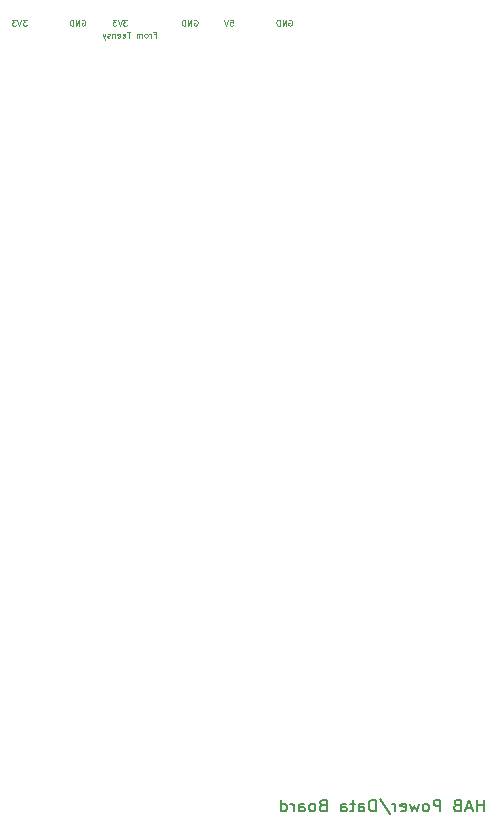
<source format=gbr>
%TF.GenerationSoftware,KiCad,Pcbnew,9.0.0*%
%TF.CreationDate,2025-03-31T19:53:22-05:00*%
%TF.ProjectId,HASP_Power_System,48415350-5f50-46f7-9765-725f53797374,rev?*%
%TF.SameCoordinates,Original*%
%TF.FileFunction,Legend,Bot*%
%TF.FilePolarity,Positive*%
%FSLAX46Y46*%
G04 Gerber Fmt 4.6, Leading zero omitted, Abs format (unit mm)*
G04 Created by KiCad (PCBNEW 9.0.0) date 2025-03-31 19:53:22*
%MOMM*%
%LPD*%
G01*
G04 APERTURE LIST*
%ADD10C,0.075000*%
%ADD11C,0.150000*%
G04 APERTURE END LIST*
D10*
X164569705Y-66958719D02*
X164617324Y-66934909D01*
X164617324Y-66934909D02*
X164688753Y-66934909D01*
X164688753Y-66934909D02*
X164760181Y-66958719D01*
X164760181Y-66958719D02*
X164807800Y-67006338D01*
X164807800Y-67006338D02*
X164831610Y-67053957D01*
X164831610Y-67053957D02*
X164855419Y-67149195D01*
X164855419Y-67149195D02*
X164855419Y-67220623D01*
X164855419Y-67220623D02*
X164831610Y-67315861D01*
X164831610Y-67315861D02*
X164807800Y-67363480D01*
X164807800Y-67363480D02*
X164760181Y-67411100D01*
X164760181Y-67411100D02*
X164688753Y-67434909D01*
X164688753Y-67434909D02*
X164641134Y-67434909D01*
X164641134Y-67434909D02*
X164569705Y-67411100D01*
X164569705Y-67411100D02*
X164545896Y-67387290D01*
X164545896Y-67387290D02*
X164545896Y-67220623D01*
X164545896Y-67220623D02*
X164641134Y-67220623D01*
X164331610Y-67434909D02*
X164331610Y-66934909D01*
X164331610Y-66934909D02*
X164045896Y-67434909D01*
X164045896Y-67434909D02*
X164045896Y-66934909D01*
X163807800Y-67434909D02*
X163807800Y-66934909D01*
X163807800Y-66934909D02*
X163688752Y-66934909D01*
X163688752Y-66934909D02*
X163617324Y-66958719D01*
X163617324Y-66958719D02*
X163569705Y-67006338D01*
X163569705Y-67006338D02*
X163545895Y-67053957D01*
X163545895Y-67053957D02*
X163522086Y-67149195D01*
X163522086Y-67149195D02*
X163522086Y-67220623D01*
X163522086Y-67220623D02*
X163545895Y-67315861D01*
X163545895Y-67315861D02*
X163569705Y-67363480D01*
X163569705Y-67363480D02*
X163617324Y-67411100D01*
X163617324Y-67411100D02*
X163688752Y-67434909D01*
X163688752Y-67434909D02*
X163807800Y-67434909D01*
X155069705Y-66958719D02*
X155117324Y-66934909D01*
X155117324Y-66934909D02*
X155188753Y-66934909D01*
X155188753Y-66934909D02*
X155260181Y-66958719D01*
X155260181Y-66958719D02*
X155307800Y-67006338D01*
X155307800Y-67006338D02*
X155331610Y-67053957D01*
X155331610Y-67053957D02*
X155355419Y-67149195D01*
X155355419Y-67149195D02*
X155355419Y-67220623D01*
X155355419Y-67220623D02*
X155331610Y-67315861D01*
X155331610Y-67315861D02*
X155307800Y-67363480D01*
X155307800Y-67363480D02*
X155260181Y-67411100D01*
X155260181Y-67411100D02*
X155188753Y-67434909D01*
X155188753Y-67434909D02*
X155141134Y-67434909D01*
X155141134Y-67434909D02*
X155069705Y-67411100D01*
X155069705Y-67411100D02*
X155045896Y-67387290D01*
X155045896Y-67387290D02*
X155045896Y-67220623D01*
X155045896Y-67220623D02*
X155141134Y-67220623D01*
X154831610Y-67434909D02*
X154831610Y-66934909D01*
X154831610Y-66934909D02*
X154545896Y-67434909D01*
X154545896Y-67434909D02*
X154545896Y-66934909D01*
X154307800Y-67434909D02*
X154307800Y-66934909D01*
X154307800Y-66934909D02*
X154188752Y-66934909D01*
X154188752Y-66934909D02*
X154117324Y-66958719D01*
X154117324Y-66958719D02*
X154069705Y-67006338D01*
X154069705Y-67006338D02*
X154045895Y-67053957D01*
X154045895Y-67053957D02*
X154022086Y-67149195D01*
X154022086Y-67149195D02*
X154022086Y-67220623D01*
X154022086Y-67220623D02*
X154045895Y-67315861D01*
X154045895Y-67315861D02*
X154069705Y-67363480D01*
X154069705Y-67363480D02*
X154117324Y-67411100D01*
X154117324Y-67411100D02*
X154188752Y-67434909D01*
X154188752Y-67434909D02*
X154307800Y-67434909D01*
X158879229Y-66934909D02*
X158569705Y-66934909D01*
X158569705Y-66934909D02*
X158736372Y-67125385D01*
X158736372Y-67125385D02*
X158664943Y-67125385D01*
X158664943Y-67125385D02*
X158617324Y-67149195D01*
X158617324Y-67149195D02*
X158593515Y-67173004D01*
X158593515Y-67173004D02*
X158569705Y-67220623D01*
X158569705Y-67220623D02*
X158569705Y-67339671D01*
X158569705Y-67339671D02*
X158593515Y-67387290D01*
X158593515Y-67387290D02*
X158617324Y-67411100D01*
X158617324Y-67411100D02*
X158664943Y-67434909D01*
X158664943Y-67434909D02*
X158807800Y-67434909D01*
X158807800Y-67434909D02*
X158855419Y-67411100D01*
X158855419Y-67411100D02*
X158879229Y-67387290D01*
X158426848Y-66934909D02*
X158260182Y-67434909D01*
X158260182Y-67434909D02*
X158093515Y-66934909D01*
X157974468Y-66934909D02*
X157664944Y-66934909D01*
X157664944Y-66934909D02*
X157831611Y-67125385D01*
X157831611Y-67125385D02*
X157760182Y-67125385D01*
X157760182Y-67125385D02*
X157712563Y-67149195D01*
X157712563Y-67149195D02*
X157688754Y-67173004D01*
X157688754Y-67173004D02*
X157664944Y-67220623D01*
X157664944Y-67220623D02*
X157664944Y-67339671D01*
X157664944Y-67339671D02*
X157688754Y-67387290D01*
X157688754Y-67387290D02*
X157712563Y-67411100D01*
X157712563Y-67411100D02*
X157760182Y-67434909D01*
X157760182Y-67434909D02*
X157903039Y-67434909D01*
X157903039Y-67434909D02*
X157950658Y-67411100D01*
X157950658Y-67411100D02*
X157974468Y-67387290D01*
D11*
X189071429Y-133954819D02*
X189071429Y-132954819D01*
X189071429Y-133431009D02*
X188500001Y-133431009D01*
X188500001Y-133954819D02*
X188500001Y-132954819D01*
X188071429Y-133669104D02*
X187595239Y-133669104D01*
X188166667Y-133954819D02*
X187833334Y-132954819D01*
X187833334Y-132954819D02*
X187500001Y-133954819D01*
X186833334Y-133431009D02*
X186690477Y-133478628D01*
X186690477Y-133478628D02*
X186642858Y-133526247D01*
X186642858Y-133526247D02*
X186595239Y-133621485D01*
X186595239Y-133621485D02*
X186595239Y-133764342D01*
X186595239Y-133764342D02*
X186642858Y-133859580D01*
X186642858Y-133859580D02*
X186690477Y-133907200D01*
X186690477Y-133907200D02*
X186785715Y-133954819D01*
X186785715Y-133954819D02*
X187166667Y-133954819D01*
X187166667Y-133954819D02*
X187166667Y-132954819D01*
X187166667Y-132954819D02*
X186833334Y-132954819D01*
X186833334Y-132954819D02*
X186738096Y-133002438D01*
X186738096Y-133002438D02*
X186690477Y-133050057D01*
X186690477Y-133050057D02*
X186642858Y-133145295D01*
X186642858Y-133145295D02*
X186642858Y-133240533D01*
X186642858Y-133240533D02*
X186690477Y-133335771D01*
X186690477Y-133335771D02*
X186738096Y-133383390D01*
X186738096Y-133383390D02*
X186833334Y-133431009D01*
X186833334Y-133431009D02*
X187166667Y-133431009D01*
X185404762Y-133954819D02*
X185404762Y-132954819D01*
X185404762Y-132954819D02*
X185023810Y-132954819D01*
X185023810Y-132954819D02*
X184928572Y-133002438D01*
X184928572Y-133002438D02*
X184880953Y-133050057D01*
X184880953Y-133050057D02*
X184833334Y-133145295D01*
X184833334Y-133145295D02*
X184833334Y-133288152D01*
X184833334Y-133288152D02*
X184880953Y-133383390D01*
X184880953Y-133383390D02*
X184928572Y-133431009D01*
X184928572Y-133431009D02*
X185023810Y-133478628D01*
X185023810Y-133478628D02*
X185404762Y-133478628D01*
X184261905Y-133954819D02*
X184357143Y-133907200D01*
X184357143Y-133907200D02*
X184404762Y-133859580D01*
X184404762Y-133859580D02*
X184452381Y-133764342D01*
X184452381Y-133764342D02*
X184452381Y-133478628D01*
X184452381Y-133478628D02*
X184404762Y-133383390D01*
X184404762Y-133383390D02*
X184357143Y-133335771D01*
X184357143Y-133335771D02*
X184261905Y-133288152D01*
X184261905Y-133288152D02*
X184119048Y-133288152D01*
X184119048Y-133288152D02*
X184023810Y-133335771D01*
X184023810Y-133335771D02*
X183976191Y-133383390D01*
X183976191Y-133383390D02*
X183928572Y-133478628D01*
X183928572Y-133478628D02*
X183928572Y-133764342D01*
X183928572Y-133764342D02*
X183976191Y-133859580D01*
X183976191Y-133859580D02*
X184023810Y-133907200D01*
X184023810Y-133907200D02*
X184119048Y-133954819D01*
X184119048Y-133954819D02*
X184261905Y-133954819D01*
X183595238Y-133288152D02*
X183404762Y-133954819D01*
X183404762Y-133954819D02*
X183214286Y-133478628D01*
X183214286Y-133478628D02*
X183023810Y-133954819D01*
X183023810Y-133954819D02*
X182833334Y-133288152D01*
X182071429Y-133907200D02*
X182166667Y-133954819D01*
X182166667Y-133954819D02*
X182357143Y-133954819D01*
X182357143Y-133954819D02*
X182452381Y-133907200D01*
X182452381Y-133907200D02*
X182500000Y-133811961D01*
X182500000Y-133811961D02*
X182500000Y-133431009D01*
X182500000Y-133431009D02*
X182452381Y-133335771D01*
X182452381Y-133335771D02*
X182357143Y-133288152D01*
X182357143Y-133288152D02*
X182166667Y-133288152D01*
X182166667Y-133288152D02*
X182071429Y-133335771D01*
X182071429Y-133335771D02*
X182023810Y-133431009D01*
X182023810Y-133431009D02*
X182023810Y-133526247D01*
X182023810Y-133526247D02*
X182500000Y-133621485D01*
X181595238Y-133954819D02*
X181595238Y-133288152D01*
X181595238Y-133478628D02*
X181547619Y-133383390D01*
X181547619Y-133383390D02*
X181500000Y-133335771D01*
X181500000Y-133335771D02*
X181404762Y-133288152D01*
X181404762Y-133288152D02*
X181309524Y-133288152D01*
X180261905Y-132907200D02*
X181119047Y-134192914D01*
X179928571Y-133954819D02*
X179928571Y-132954819D01*
X179928571Y-132954819D02*
X179690476Y-132954819D01*
X179690476Y-132954819D02*
X179547619Y-133002438D01*
X179547619Y-133002438D02*
X179452381Y-133097676D01*
X179452381Y-133097676D02*
X179404762Y-133192914D01*
X179404762Y-133192914D02*
X179357143Y-133383390D01*
X179357143Y-133383390D02*
X179357143Y-133526247D01*
X179357143Y-133526247D02*
X179404762Y-133716723D01*
X179404762Y-133716723D02*
X179452381Y-133811961D01*
X179452381Y-133811961D02*
X179547619Y-133907200D01*
X179547619Y-133907200D02*
X179690476Y-133954819D01*
X179690476Y-133954819D02*
X179928571Y-133954819D01*
X178500000Y-133954819D02*
X178500000Y-133431009D01*
X178500000Y-133431009D02*
X178547619Y-133335771D01*
X178547619Y-133335771D02*
X178642857Y-133288152D01*
X178642857Y-133288152D02*
X178833333Y-133288152D01*
X178833333Y-133288152D02*
X178928571Y-133335771D01*
X178500000Y-133907200D02*
X178595238Y-133954819D01*
X178595238Y-133954819D02*
X178833333Y-133954819D01*
X178833333Y-133954819D02*
X178928571Y-133907200D01*
X178928571Y-133907200D02*
X178976190Y-133811961D01*
X178976190Y-133811961D02*
X178976190Y-133716723D01*
X178976190Y-133716723D02*
X178928571Y-133621485D01*
X178928571Y-133621485D02*
X178833333Y-133573866D01*
X178833333Y-133573866D02*
X178595238Y-133573866D01*
X178595238Y-133573866D02*
X178500000Y-133526247D01*
X178166666Y-133288152D02*
X177785714Y-133288152D01*
X178023809Y-132954819D02*
X178023809Y-133811961D01*
X178023809Y-133811961D02*
X177976190Y-133907200D01*
X177976190Y-133907200D02*
X177880952Y-133954819D01*
X177880952Y-133954819D02*
X177785714Y-133954819D01*
X177023809Y-133954819D02*
X177023809Y-133431009D01*
X177023809Y-133431009D02*
X177071428Y-133335771D01*
X177071428Y-133335771D02*
X177166666Y-133288152D01*
X177166666Y-133288152D02*
X177357142Y-133288152D01*
X177357142Y-133288152D02*
X177452380Y-133335771D01*
X177023809Y-133907200D02*
X177119047Y-133954819D01*
X177119047Y-133954819D02*
X177357142Y-133954819D01*
X177357142Y-133954819D02*
X177452380Y-133907200D01*
X177452380Y-133907200D02*
X177499999Y-133811961D01*
X177499999Y-133811961D02*
X177499999Y-133716723D01*
X177499999Y-133716723D02*
X177452380Y-133621485D01*
X177452380Y-133621485D02*
X177357142Y-133573866D01*
X177357142Y-133573866D02*
X177119047Y-133573866D01*
X177119047Y-133573866D02*
X177023809Y-133526247D01*
X175452380Y-133431009D02*
X175309523Y-133478628D01*
X175309523Y-133478628D02*
X175261904Y-133526247D01*
X175261904Y-133526247D02*
X175214285Y-133621485D01*
X175214285Y-133621485D02*
X175214285Y-133764342D01*
X175214285Y-133764342D02*
X175261904Y-133859580D01*
X175261904Y-133859580D02*
X175309523Y-133907200D01*
X175309523Y-133907200D02*
X175404761Y-133954819D01*
X175404761Y-133954819D02*
X175785713Y-133954819D01*
X175785713Y-133954819D02*
X175785713Y-132954819D01*
X175785713Y-132954819D02*
X175452380Y-132954819D01*
X175452380Y-132954819D02*
X175357142Y-133002438D01*
X175357142Y-133002438D02*
X175309523Y-133050057D01*
X175309523Y-133050057D02*
X175261904Y-133145295D01*
X175261904Y-133145295D02*
X175261904Y-133240533D01*
X175261904Y-133240533D02*
X175309523Y-133335771D01*
X175309523Y-133335771D02*
X175357142Y-133383390D01*
X175357142Y-133383390D02*
X175452380Y-133431009D01*
X175452380Y-133431009D02*
X175785713Y-133431009D01*
X174642856Y-133954819D02*
X174738094Y-133907200D01*
X174738094Y-133907200D02*
X174785713Y-133859580D01*
X174785713Y-133859580D02*
X174833332Y-133764342D01*
X174833332Y-133764342D02*
X174833332Y-133478628D01*
X174833332Y-133478628D02*
X174785713Y-133383390D01*
X174785713Y-133383390D02*
X174738094Y-133335771D01*
X174738094Y-133335771D02*
X174642856Y-133288152D01*
X174642856Y-133288152D02*
X174499999Y-133288152D01*
X174499999Y-133288152D02*
X174404761Y-133335771D01*
X174404761Y-133335771D02*
X174357142Y-133383390D01*
X174357142Y-133383390D02*
X174309523Y-133478628D01*
X174309523Y-133478628D02*
X174309523Y-133764342D01*
X174309523Y-133764342D02*
X174357142Y-133859580D01*
X174357142Y-133859580D02*
X174404761Y-133907200D01*
X174404761Y-133907200D02*
X174499999Y-133954819D01*
X174499999Y-133954819D02*
X174642856Y-133954819D01*
X173452380Y-133954819D02*
X173452380Y-133431009D01*
X173452380Y-133431009D02*
X173499999Y-133335771D01*
X173499999Y-133335771D02*
X173595237Y-133288152D01*
X173595237Y-133288152D02*
X173785713Y-133288152D01*
X173785713Y-133288152D02*
X173880951Y-133335771D01*
X173452380Y-133907200D02*
X173547618Y-133954819D01*
X173547618Y-133954819D02*
X173785713Y-133954819D01*
X173785713Y-133954819D02*
X173880951Y-133907200D01*
X173880951Y-133907200D02*
X173928570Y-133811961D01*
X173928570Y-133811961D02*
X173928570Y-133716723D01*
X173928570Y-133716723D02*
X173880951Y-133621485D01*
X173880951Y-133621485D02*
X173785713Y-133573866D01*
X173785713Y-133573866D02*
X173547618Y-133573866D01*
X173547618Y-133573866D02*
X173452380Y-133526247D01*
X172976189Y-133954819D02*
X172976189Y-133288152D01*
X172976189Y-133478628D02*
X172928570Y-133383390D01*
X172928570Y-133383390D02*
X172880951Y-133335771D01*
X172880951Y-133335771D02*
X172785713Y-133288152D01*
X172785713Y-133288152D02*
X172690475Y-133288152D01*
X171928570Y-133954819D02*
X171928570Y-132954819D01*
X171928570Y-133907200D02*
X172023808Y-133954819D01*
X172023808Y-133954819D02*
X172214284Y-133954819D01*
X172214284Y-133954819D02*
X172309522Y-133907200D01*
X172309522Y-133907200D02*
X172357141Y-133859580D01*
X172357141Y-133859580D02*
X172404760Y-133764342D01*
X172404760Y-133764342D02*
X172404760Y-133478628D01*
X172404760Y-133478628D02*
X172357141Y-133383390D01*
X172357141Y-133383390D02*
X172309522Y-133335771D01*
X172309522Y-133335771D02*
X172214284Y-133288152D01*
X172214284Y-133288152D02*
X172023808Y-133288152D01*
X172023808Y-133288152D02*
X171928570Y-133335771D01*
D10*
X161164943Y-68173004D02*
X161331610Y-68173004D01*
X161331610Y-68434909D02*
X161331610Y-67934909D01*
X161331610Y-67934909D02*
X161093515Y-67934909D01*
X160903039Y-68434909D02*
X160903039Y-68101576D01*
X160903039Y-68196814D02*
X160879229Y-68149195D01*
X160879229Y-68149195D02*
X160855420Y-68125385D01*
X160855420Y-68125385D02*
X160807801Y-68101576D01*
X160807801Y-68101576D02*
X160760182Y-68101576D01*
X160522086Y-68434909D02*
X160569705Y-68411100D01*
X160569705Y-68411100D02*
X160593515Y-68387290D01*
X160593515Y-68387290D02*
X160617324Y-68339671D01*
X160617324Y-68339671D02*
X160617324Y-68196814D01*
X160617324Y-68196814D02*
X160593515Y-68149195D01*
X160593515Y-68149195D02*
X160569705Y-68125385D01*
X160569705Y-68125385D02*
X160522086Y-68101576D01*
X160522086Y-68101576D02*
X160450658Y-68101576D01*
X160450658Y-68101576D02*
X160403039Y-68125385D01*
X160403039Y-68125385D02*
X160379229Y-68149195D01*
X160379229Y-68149195D02*
X160355420Y-68196814D01*
X160355420Y-68196814D02*
X160355420Y-68339671D01*
X160355420Y-68339671D02*
X160379229Y-68387290D01*
X160379229Y-68387290D02*
X160403039Y-68411100D01*
X160403039Y-68411100D02*
X160450658Y-68434909D01*
X160450658Y-68434909D02*
X160522086Y-68434909D01*
X160141134Y-68434909D02*
X160141134Y-68101576D01*
X160141134Y-68149195D02*
X160117324Y-68125385D01*
X160117324Y-68125385D02*
X160069705Y-68101576D01*
X160069705Y-68101576D02*
X159998277Y-68101576D01*
X159998277Y-68101576D02*
X159950658Y-68125385D01*
X159950658Y-68125385D02*
X159926848Y-68173004D01*
X159926848Y-68173004D02*
X159926848Y-68434909D01*
X159926848Y-68173004D02*
X159903039Y-68125385D01*
X159903039Y-68125385D02*
X159855420Y-68101576D01*
X159855420Y-68101576D02*
X159783991Y-68101576D01*
X159783991Y-68101576D02*
X159736372Y-68125385D01*
X159736372Y-68125385D02*
X159712562Y-68173004D01*
X159712562Y-68173004D02*
X159712562Y-68434909D01*
X159164943Y-67934909D02*
X158879229Y-67934909D01*
X159022086Y-68434909D02*
X159022086Y-67934909D01*
X158522087Y-68411100D02*
X158569706Y-68434909D01*
X158569706Y-68434909D02*
X158664944Y-68434909D01*
X158664944Y-68434909D02*
X158712563Y-68411100D01*
X158712563Y-68411100D02*
X158736372Y-68363480D01*
X158736372Y-68363480D02*
X158736372Y-68173004D01*
X158736372Y-68173004D02*
X158712563Y-68125385D01*
X158712563Y-68125385D02*
X158664944Y-68101576D01*
X158664944Y-68101576D02*
X158569706Y-68101576D01*
X158569706Y-68101576D02*
X158522087Y-68125385D01*
X158522087Y-68125385D02*
X158498277Y-68173004D01*
X158498277Y-68173004D02*
X158498277Y-68220623D01*
X158498277Y-68220623D02*
X158736372Y-68268242D01*
X158093516Y-68411100D02*
X158141135Y-68434909D01*
X158141135Y-68434909D02*
X158236373Y-68434909D01*
X158236373Y-68434909D02*
X158283992Y-68411100D01*
X158283992Y-68411100D02*
X158307801Y-68363480D01*
X158307801Y-68363480D02*
X158307801Y-68173004D01*
X158307801Y-68173004D02*
X158283992Y-68125385D01*
X158283992Y-68125385D02*
X158236373Y-68101576D01*
X158236373Y-68101576D02*
X158141135Y-68101576D01*
X158141135Y-68101576D02*
X158093516Y-68125385D01*
X158093516Y-68125385D02*
X158069706Y-68173004D01*
X158069706Y-68173004D02*
X158069706Y-68220623D01*
X158069706Y-68220623D02*
X158307801Y-68268242D01*
X157855421Y-68101576D02*
X157855421Y-68434909D01*
X157855421Y-68149195D02*
X157831611Y-68125385D01*
X157831611Y-68125385D02*
X157783992Y-68101576D01*
X157783992Y-68101576D02*
X157712564Y-68101576D01*
X157712564Y-68101576D02*
X157664945Y-68125385D01*
X157664945Y-68125385D02*
X157641135Y-68173004D01*
X157641135Y-68173004D02*
X157641135Y-68434909D01*
X157426849Y-68411100D02*
X157379230Y-68434909D01*
X157379230Y-68434909D02*
X157283992Y-68434909D01*
X157283992Y-68434909D02*
X157236373Y-68411100D01*
X157236373Y-68411100D02*
X157212564Y-68363480D01*
X157212564Y-68363480D02*
X157212564Y-68339671D01*
X157212564Y-68339671D02*
X157236373Y-68292052D01*
X157236373Y-68292052D02*
X157283992Y-68268242D01*
X157283992Y-68268242D02*
X157355421Y-68268242D01*
X157355421Y-68268242D02*
X157403040Y-68244433D01*
X157403040Y-68244433D02*
X157426849Y-68196814D01*
X157426849Y-68196814D02*
X157426849Y-68173004D01*
X157426849Y-68173004D02*
X157403040Y-68125385D01*
X157403040Y-68125385D02*
X157355421Y-68101576D01*
X157355421Y-68101576D02*
X157283992Y-68101576D01*
X157283992Y-68101576D02*
X157236373Y-68125385D01*
X157045897Y-68101576D02*
X156926849Y-68434909D01*
X156807802Y-68101576D02*
X156926849Y-68434909D01*
X156926849Y-68434909D02*
X156974468Y-68553957D01*
X156974468Y-68553957D02*
X156998278Y-68577766D01*
X156998278Y-68577766D02*
X157045897Y-68601576D01*
X172569705Y-66958719D02*
X172617324Y-66934909D01*
X172617324Y-66934909D02*
X172688753Y-66934909D01*
X172688753Y-66934909D02*
X172760181Y-66958719D01*
X172760181Y-66958719D02*
X172807800Y-67006338D01*
X172807800Y-67006338D02*
X172831610Y-67053957D01*
X172831610Y-67053957D02*
X172855419Y-67149195D01*
X172855419Y-67149195D02*
X172855419Y-67220623D01*
X172855419Y-67220623D02*
X172831610Y-67315861D01*
X172831610Y-67315861D02*
X172807800Y-67363480D01*
X172807800Y-67363480D02*
X172760181Y-67411100D01*
X172760181Y-67411100D02*
X172688753Y-67434909D01*
X172688753Y-67434909D02*
X172641134Y-67434909D01*
X172641134Y-67434909D02*
X172569705Y-67411100D01*
X172569705Y-67411100D02*
X172545896Y-67387290D01*
X172545896Y-67387290D02*
X172545896Y-67220623D01*
X172545896Y-67220623D02*
X172641134Y-67220623D01*
X172331610Y-67434909D02*
X172331610Y-66934909D01*
X172331610Y-66934909D02*
X172045896Y-67434909D01*
X172045896Y-67434909D02*
X172045896Y-66934909D01*
X171807800Y-67434909D02*
X171807800Y-66934909D01*
X171807800Y-66934909D02*
X171688752Y-66934909D01*
X171688752Y-66934909D02*
X171617324Y-66958719D01*
X171617324Y-66958719D02*
X171569705Y-67006338D01*
X171569705Y-67006338D02*
X171545895Y-67053957D01*
X171545895Y-67053957D02*
X171522086Y-67149195D01*
X171522086Y-67149195D02*
X171522086Y-67220623D01*
X171522086Y-67220623D02*
X171545895Y-67315861D01*
X171545895Y-67315861D02*
X171569705Y-67363480D01*
X171569705Y-67363480D02*
X171617324Y-67411100D01*
X171617324Y-67411100D02*
X171688752Y-67434909D01*
X171688752Y-67434909D02*
X171807800Y-67434909D01*
X150379229Y-66934909D02*
X150069705Y-66934909D01*
X150069705Y-66934909D02*
X150236372Y-67125385D01*
X150236372Y-67125385D02*
X150164943Y-67125385D01*
X150164943Y-67125385D02*
X150117324Y-67149195D01*
X150117324Y-67149195D02*
X150093515Y-67173004D01*
X150093515Y-67173004D02*
X150069705Y-67220623D01*
X150069705Y-67220623D02*
X150069705Y-67339671D01*
X150069705Y-67339671D02*
X150093515Y-67387290D01*
X150093515Y-67387290D02*
X150117324Y-67411100D01*
X150117324Y-67411100D02*
X150164943Y-67434909D01*
X150164943Y-67434909D02*
X150307800Y-67434909D01*
X150307800Y-67434909D02*
X150355419Y-67411100D01*
X150355419Y-67411100D02*
X150379229Y-67387290D01*
X149926848Y-66934909D02*
X149760182Y-67434909D01*
X149760182Y-67434909D02*
X149593515Y-66934909D01*
X149474468Y-66934909D02*
X149164944Y-66934909D01*
X149164944Y-66934909D02*
X149331611Y-67125385D01*
X149331611Y-67125385D02*
X149260182Y-67125385D01*
X149260182Y-67125385D02*
X149212563Y-67149195D01*
X149212563Y-67149195D02*
X149188754Y-67173004D01*
X149188754Y-67173004D02*
X149164944Y-67220623D01*
X149164944Y-67220623D02*
X149164944Y-67339671D01*
X149164944Y-67339671D02*
X149188754Y-67387290D01*
X149188754Y-67387290D02*
X149212563Y-67411100D01*
X149212563Y-67411100D02*
X149260182Y-67434909D01*
X149260182Y-67434909D02*
X149403039Y-67434909D01*
X149403039Y-67434909D02*
X149450658Y-67411100D01*
X149450658Y-67411100D02*
X149474468Y-67387290D01*
X167593515Y-66934909D02*
X167831610Y-66934909D01*
X167831610Y-66934909D02*
X167855419Y-67173004D01*
X167855419Y-67173004D02*
X167831610Y-67149195D01*
X167831610Y-67149195D02*
X167783991Y-67125385D01*
X167783991Y-67125385D02*
X167664943Y-67125385D01*
X167664943Y-67125385D02*
X167617324Y-67149195D01*
X167617324Y-67149195D02*
X167593515Y-67173004D01*
X167593515Y-67173004D02*
X167569705Y-67220623D01*
X167569705Y-67220623D02*
X167569705Y-67339671D01*
X167569705Y-67339671D02*
X167593515Y-67387290D01*
X167593515Y-67387290D02*
X167617324Y-67411100D01*
X167617324Y-67411100D02*
X167664943Y-67434909D01*
X167664943Y-67434909D02*
X167783991Y-67434909D01*
X167783991Y-67434909D02*
X167831610Y-67411100D01*
X167831610Y-67411100D02*
X167855419Y-67387290D01*
X167426848Y-66934909D02*
X167260182Y-67434909D01*
X167260182Y-67434909D02*
X167093515Y-66934909D01*
M02*

</source>
